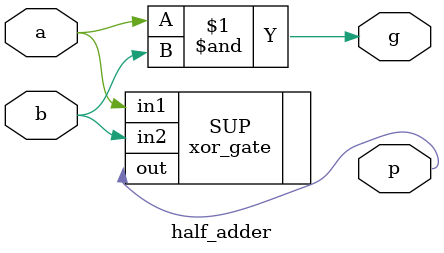
<source format=v>
`timescale 1ns / 1ps

module half_adder(
    input wire  a, 
    input wire  b,
    output wire p,
    output wire g
    );

    xor_gate SUP(
    	.in1       (a),
    	.in2       (b),
    	.out       (p)
    	);

    assign g = a & b;

endmodule

</source>
